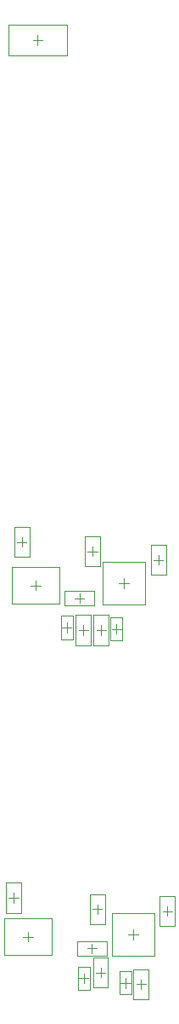
<source format=gbr>
%TF.GenerationSoftware,Altium Limited,Altium Designer,19.1.6 (110)*%
G04 Layer_Color=32768*
%FSLAX26Y26*%
%MOIN*%
%TF.FileFunction,Other,M15-Bottom_Assembly*%
%TF.Part,Single*%
G01*
G75*
%TA.AperFunction,NonConductor*%
%ADD55C,0.003937*%
%ADD66C,0.001968*%
D55*
X-24000Y-599402D02*
Y-561606D01*
X-42898Y-580504D02*
X-5102D01*
X-390685Y-1784000D02*
X-351315D01*
X-371000Y-1803685D02*
Y-1764315D01*
X-170898Y-1946000D02*
X-133102D01*
X-152000Y-1964898D02*
Y-1927102D01*
X-6898Y-1965000D02*
X30898D01*
X12000Y-1983898D02*
Y-1946102D01*
X23315Y-1775000D02*
X62685D01*
X43000Y-1794685D02*
Y-1755315D01*
X-219000Y-594402D02*
Y-556606D01*
X-237898Y-575504D02*
X-200102D01*
X6157Y-421528D02*
Y-382158D01*
X-13527Y-401842D02*
X25843D01*
X-340496Y-430189D02*
Y-390819D01*
X-360181Y-410504D02*
X-320811D01*
D66*
X-136701Y-278000D02*
X-99299D01*
X-118000Y-296701D02*
Y-259299D01*
X-147528Y-337055D02*
Y-218945D01*
X-88472Y-337055D02*
Y-218945D01*
X-147528Y-337055D02*
X-88472D01*
X-147528Y-218945D02*
X-88472D01*
X-113528Y-526449D02*
X-54472D01*
X-113528Y-644559D02*
X-54472D01*
Y-526449D01*
X-113528Y-644559D02*
Y-526449D01*
X-84000Y-604205D02*
Y-566803D01*
X-102701Y-585504D02*
X-65299D01*
X-47622Y-625779D02*
X-378D01*
X-47622Y-535228D02*
X-378D01*
X-47622Y-625779D02*
Y-535228D01*
X-378Y-625779D02*
Y-535228D01*
X-120000Y-1848701D02*
Y-1811299D01*
X-138701Y-1830000D02*
X-101299D01*
X-179055Y-1859528D02*
X-60945D01*
X-179055Y-1800473D02*
X-60945D01*
Y-1859528D02*
Y-1800473D01*
X-179055Y-1859528D02*
Y-1800473D01*
X-463520Y-1854866D02*
X-278480D01*
X-463520D02*
Y-1713134D01*
X-278480D01*
Y-1854866D02*
Y-1713134D01*
X-446701Y-1632000D02*
X-409299D01*
X-428000Y-1650701D02*
Y-1613299D01*
X-398472Y-1691055D02*
Y-1572945D01*
X-457527Y-1691055D02*
Y-1572945D01*
X-398472D01*
X-457527Y-1691055D02*
X-398472D01*
X-175622Y-1991275D02*
Y-1900724D01*
X-128378Y-1991275D02*
Y-1900724D01*
X-175622Y-1991275D02*
X-128378D01*
X-175622Y-1900724D02*
X-128378D01*
X35622Y-2010276D02*
Y-1919725D01*
X-11622Y-2010276D02*
Y-1919725D01*
X35622D01*
X-11622Y-2010276D02*
X35622D01*
X54299Y-1970000D02*
X91701D01*
X73000Y-1988701D02*
Y-1951299D01*
X43472Y-2029055D02*
Y-1910945D01*
X102528Y-2029055D02*
Y-1910945D01*
X43472Y-2029055D02*
X102528D01*
X43472Y-1910945D02*
X102528D01*
X-117701Y-1677000D02*
X-80299D01*
X-99000Y-1695701D02*
Y-1658299D01*
X-128528Y-1736055D02*
Y-1617945D01*
X-69472Y-1736055D02*
Y-1617945D01*
X-128528Y-1736055D02*
X-69472D01*
X-128528Y-1617945D02*
X-69472D01*
X-104701Y-1924000D02*
X-67299D01*
X-86000Y-1942701D02*
Y-1905299D01*
X-56472Y-1983055D02*
Y-1864945D01*
X-115528Y-1983055D02*
Y-1864945D01*
X-56472D01*
X-115528Y-1983055D02*
X-56472D01*
X125677Y-1857677D02*
Y-1692323D01*
X-39677Y-1857677D02*
Y-1692323D01*
Y-1857677D02*
X125677D01*
X-39677Y-1692323D02*
X125677D01*
X157299Y-1684000D02*
X194701D01*
X176000Y-1702701D02*
Y-1665299D01*
X146472Y-1743055D02*
Y-1624945D01*
X205528Y-1743055D02*
Y-1624945D01*
X146472Y-1743055D02*
X205528D01*
X146472Y-1624945D02*
X205528D01*
X-446779Y1782827D02*
X-219220D01*
Y1661173D02*
Y1782827D01*
X-446779Y1661173D02*
X-219220D01*
X-446779D02*
Y1782827D01*
X-333000Y1702315D02*
Y1741685D01*
X-352685Y1722000D02*
X-313315D01*
X-242622Y-530228D02*
X-195378D01*
X-242622Y-620779D02*
X-195378D01*
Y-530228D01*
X-242622Y-620779D02*
Y-530228D01*
X-76520Y-319165D02*
X88835D01*
X-76520Y-484520D02*
X88835D01*
X-76520D02*
Y-319165D01*
X88835Y-484520D02*
Y-319165D01*
X-247976Y-481370D02*
Y-339638D01*
X-433016D02*
X-247976D01*
X-433016Y-481370D02*
Y-339638D01*
Y-481370D02*
X-247976D01*
X-425024Y-299559D02*
X-365969D01*
X-425024Y-181449D02*
X-365969D01*
X-425024Y-299559D02*
Y-181449D01*
X-365969Y-299559D02*
Y-181449D01*
X-395496Y-259205D02*
Y-221803D01*
X-414197Y-240504D02*
X-376795D01*
X-183528Y-644559D02*
X-124472D01*
X-183528Y-526449D02*
X-124472D01*
X-183528Y-644559D02*
Y-526449D01*
X-124472Y-644559D02*
Y-526449D01*
X-154000Y-604205D02*
Y-566803D01*
X-172701Y-585504D02*
X-135299D01*
X-228055Y-490031D02*
Y-430976D01*
X-109945Y-490031D02*
Y-430976D01*
X-228055D02*
X-109945D01*
X-228055Y-490031D02*
X-109945D01*
X-187701Y-460504D02*
X-150299D01*
X-169000Y-479205D02*
Y-441803D01*
X111472Y-251449D02*
X170528D01*
X111472Y-369559D02*
X170528D01*
Y-251449D01*
X111472Y-369559D02*
Y-251449D01*
X141000Y-329205D02*
Y-291803D01*
X122299Y-310504D02*
X159701D01*
%TF.MD5,dbd61930482d6321403d2d0cc69530a5*%
M02*

</source>
